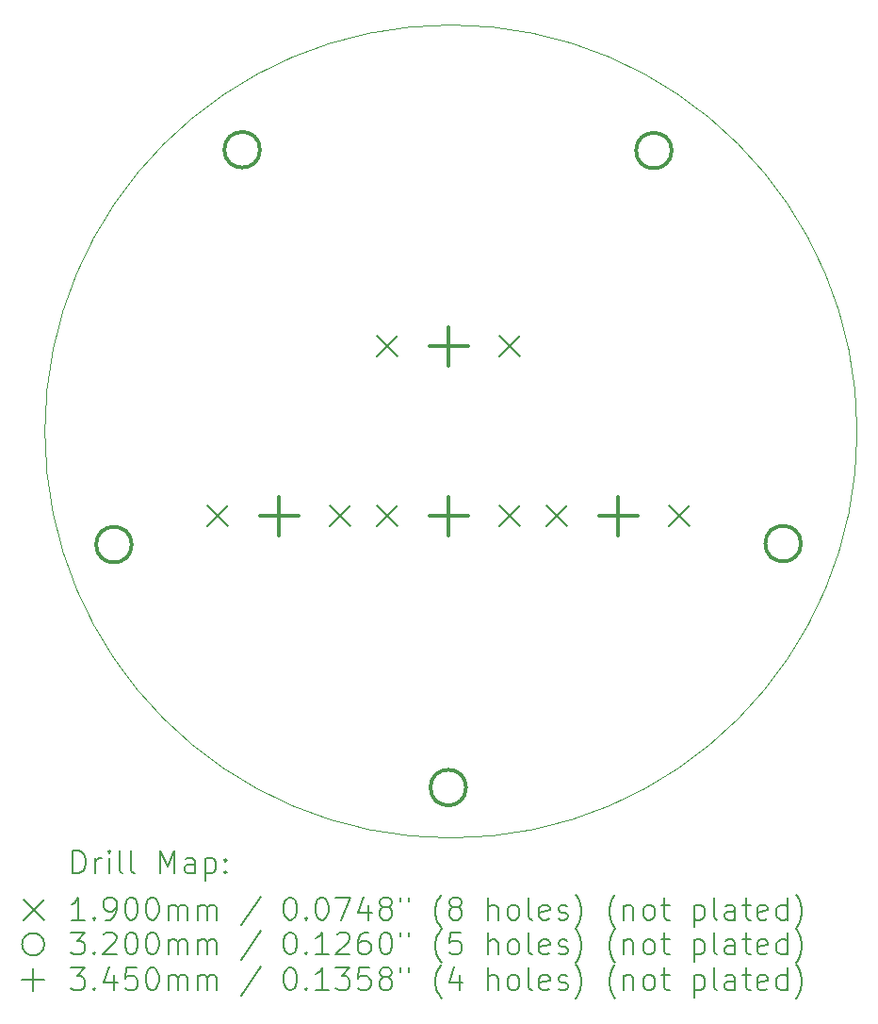
<source format=gbr>
%FSLAX45Y45*%
G04 Gerber Fmt 4.5, Leading zero omitted, Abs format (unit mm)*
G04 Created by KiCad (PCBNEW (6.0.4)) date 2022-05-01 19:10:59*
%MOMM*%
%LPD*%
G01*
G04 APERTURE LIST*
%TA.AperFunction,Profile*%
%ADD10C,0.100000*%
%TD*%
%ADD11C,0.200000*%
%ADD12C,0.190000*%
%ADD13C,0.320000*%
%ADD14C,0.345000*%
G04 APERTURE END LIST*
D10*
X18911029Y-9909781D02*
G75*
G03*
X18911029Y-9909781I-3650000J0D01*
G01*
D11*
D12*
X13071000Y-10573000D02*
X13261000Y-10763000D01*
X13261000Y-10573000D02*
X13071000Y-10763000D01*
X14171000Y-10573000D02*
X14361000Y-10763000D01*
X14361000Y-10573000D02*
X14171000Y-10763000D01*
X14595000Y-9049000D02*
X14785000Y-9239000D01*
X14785000Y-9049000D02*
X14595000Y-9239000D01*
X14595000Y-10573000D02*
X14785000Y-10763000D01*
X14785000Y-10573000D02*
X14595000Y-10763000D01*
X15695000Y-9049000D02*
X15885000Y-9239000D01*
X15885000Y-9049000D02*
X15695000Y-9239000D01*
X15695000Y-10573000D02*
X15885000Y-10763000D01*
X15885000Y-10573000D02*
X15695000Y-10763000D01*
X16119000Y-10573000D02*
X16309000Y-10763000D01*
X16309000Y-10573000D02*
X16119000Y-10763000D01*
X17219000Y-10573000D02*
X17409000Y-10763000D01*
X17409000Y-10573000D02*
X17219000Y-10763000D01*
D13*
X12391812Y-10925970D02*
G75*
G03*
X12391812Y-10925970I-160000J0D01*
G01*
X13544356Y-7380117D02*
G75*
G03*
X13544356Y-7380117I-160000J0D01*
G01*
X15396471Y-13107415D02*
G75*
G03*
X15396471Y-13107415I-160000J0D01*
G01*
X17244174Y-7387284D02*
G75*
G03*
X17244174Y-7387284I-160000J0D01*
G01*
X18405649Y-10916706D02*
G75*
G03*
X18405649Y-10916706I-160000J0D01*
G01*
D14*
X13716000Y-10495500D02*
X13716000Y-10840500D01*
X13543500Y-10668000D02*
X13888500Y-10668000D01*
X15240000Y-8971500D02*
X15240000Y-9316500D01*
X15067500Y-9144000D02*
X15412500Y-9144000D01*
X15240000Y-10495500D02*
X15240000Y-10840500D01*
X15067500Y-10668000D02*
X15412500Y-10668000D01*
X16764000Y-10495500D02*
X16764000Y-10840500D01*
X16591500Y-10668000D02*
X16936500Y-10668000D01*
D11*
X11863648Y-13875257D02*
X11863648Y-13675257D01*
X11911267Y-13675257D01*
X11939839Y-13684781D01*
X11958886Y-13703829D01*
X11968410Y-13722877D01*
X11977934Y-13760972D01*
X11977934Y-13789543D01*
X11968410Y-13827638D01*
X11958886Y-13846686D01*
X11939839Y-13865734D01*
X11911267Y-13875257D01*
X11863648Y-13875257D01*
X12063648Y-13875257D02*
X12063648Y-13741924D01*
X12063648Y-13780019D02*
X12073172Y-13760972D01*
X12082696Y-13751448D01*
X12101744Y-13741924D01*
X12120791Y-13741924D01*
X12187458Y-13875257D02*
X12187458Y-13741924D01*
X12187458Y-13675257D02*
X12177934Y-13684781D01*
X12187458Y-13694305D01*
X12196982Y-13684781D01*
X12187458Y-13675257D01*
X12187458Y-13694305D01*
X12311267Y-13875257D02*
X12292220Y-13865734D01*
X12282696Y-13846686D01*
X12282696Y-13675257D01*
X12416029Y-13875257D02*
X12396982Y-13865734D01*
X12387458Y-13846686D01*
X12387458Y-13675257D01*
X12644601Y-13875257D02*
X12644601Y-13675257D01*
X12711267Y-13818115D01*
X12777934Y-13675257D01*
X12777934Y-13875257D01*
X12958886Y-13875257D02*
X12958886Y-13770496D01*
X12949363Y-13751448D01*
X12930315Y-13741924D01*
X12892220Y-13741924D01*
X12873172Y-13751448D01*
X12958886Y-13865734D02*
X12939839Y-13875257D01*
X12892220Y-13875257D01*
X12873172Y-13865734D01*
X12863648Y-13846686D01*
X12863648Y-13827638D01*
X12873172Y-13808591D01*
X12892220Y-13799067D01*
X12939839Y-13799067D01*
X12958886Y-13789543D01*
X13054125Y-13741924D02*
X13054125Y-13941924D01*
X13054125Y-13751448D02*
X13073172Y-13741924D01*
X13111267Y-13741924D01*
X13130315Y-13751448D01*
X13139839Y-13760972D01*
X13149363Y-13780019D01*
X13149363Y-13837162D01*
X13139839Y-13856210D01*
X13130315Y-13865734D01*
X13111267Y-13875257D01*
X13073172Y-13875257D01*
X13054125Y-13865734D01*
X13235077Y-13856210D02*
X13244601Y-13865734D01*
X13235077Y-13875257D01*
X13225553Y-13865734D01*
X13235077Y-13856210D01*
X13235077Y-13875257D01*
X13235077Y-13751448D02*
X13244601Y-13760972D01*
X13235077Y-13770496D01*
X13225553Y-13760972D01*
X13235077Y-13751448D01*
X13235077Y-13770496D01*
D12*
X11416029Y-14109781D02*
X11606029Y-14299781D01*
X11606029Y-14109781D02*
X11416029Y-14299781D01*
D11*
X11968410Y-14295257D02*
X11854125Y-14295257D01*
X11911267Y-14295257D02*
X11911267Y-14095257D01*
X11892220Y-14123829D01*
X11873172Y-14142877D01*
X11854125Y-14152400D01*
X12054125Y-14276210D02*
X12063648Y-14285734D01*
X12054125Y-14295257D01*
X12044601Y-14285734D01*
X12054125Y-14276210D01*
X12054125Y-14295257D01*
X12158886Y-14295257D02*
X12196982Y-14295257D01*
X12216029Y-14285734D01*
X12225553Y-14276210D01*
X12244601Y-14247638D01*
X12254125Y-14209543D01*
X12254125Y-14133353D01*
X12244601Y-14114305D01*
X12235077Y-14104781D01*
X12216029Y-14095257D01*
X12177934Y-14095257D01*
X12158886Y-14104781D01*
X12149363Y-14114305D01*
X12139839Y-14133353D01*
X12139839Y-14180972D01*
X12149363Y-14200019D01*
X12158886Y-14209543D01*
X12177934Y-14219067D01*
X12216029Y-14219067D01*
X12235077Y-14209543D01*
X12244601Y-14200019D01*
X12254125Y-14180972D01*
X12377934Y-14095257D02*
X12396982Y-14095257D01*
X12416029Y-14104781D01*
X12425553Y-14114305D01*
X12435077Y-14133353D01*
X12444601Y-14171448D01*
X12444601Y-14219067D01*
X12435077Y-14257162D01*
X12425553Y-14276210D01*
X12416029Y-14285734D01*
X12396982Y-14295257D01*
X12377934Y-14295257D01*
X12358886Y-14285734D01*
X12349363Y-14276210D01*
X12339839Y-14257162D01*
X12330315Y-14219067D01*
X12330315Y-14171448D01*
X12339839Y-14133353D01*
X12349363Y-14114305D01*
X12358886Y-14104781D01*
X12377934Y-14095257D01*
X12568410Y-14095257D02*
X12587458Y-14095257D01*
X12606505Y-14104781D01*
X12616029Y-14114305D01*
X12625553Y-14133353D01*
X12635077Y-14171448D01*
X12635077Y-14219067D01*
X12625553Y-14257162D01*
X12616029Y-14276210D01*
X12606505Y-14285734D01*
X12587458Y-14295257D01*
X12568410Y-14295257D01*
X12549363Y-14285734D01*
X12539839Y-14276210D01*
X12530315Y-14257162D01*
X12520791Y-14219067D01*
X12520791Y-14171448D01*
X12530315Y-14133353D01*
X12539839Y-14114305D01*
X12549363Y-14104781D01*
X12568410Y-14095257D01*
X12720791Y-14295257D02*
X12720791Y-14161924D01*
X12720791Y-14180972D02*
X12730315Y-14171448D01*
X12749363Y-14161924D01*
X12777934Y-14161924D01*
X12796982Y-14171448D01*
X12806505Y-14190496D01*
X12806505Y-14295257D01*
X12806505Y-14190496D02*
X12816029Y-14171448D01*
X12835077Y-14161924D01*
X12863648Y-14161924D01*
X12882696Y-14171448D01*
X12892220Y-14190496D01*
X12892220Y-14295257D01*
X12987458Y-14295257D02*
X12987458Y-14161924D01*
X12987458Y-14180972D02*
X12996982Y-14171448D01*
X13016029Y-14161924D01*
X13044601Y-14161924D01*
X13063648Y-14171448D01*
X13073172Y-14190496D01*
X13073172Y-14295257D01*
X13073172Y-14190496D02*
X13082696Y-14171448D01*
X13101744Y-14161924D01*
X13130315Y-14161924D01*
X13149363Y-14171448D01*
X13158886Y-14190496D01*
X13158886Y-14295257D01*
X13549363Y-14085734D02*
X13377934Y-14342877D01*
X13806505Y-14095257D02*
X13825553Y-14095257D01*
X13844601Y-14104781D01*
X13854125Y-14114305D01*
X13863648Y-14133353D01*
X13873172Y-14171448D01*
X13873172Y-14219067D01*
X13863648Y-14257162D01*
X13854125Y-14276210D01*
X13844601Y-14285734D01*
X13825553Y-14295257D01*
X13806505Y-14295257D01*
X13787458Y-14285734D01*
X13777934Y-14276210D01*
X13768410Y-14257162D01*
X13758886Y-14219067D01*
X13758886Y-14171448D01*
X13768410Y-14133353D01*
X13777934Y-14114305D01*
X13787458Y-14104781D01*
X13806505Y-14095257D01*
X13958886Y-14276210D02*
X13968410Y-14285734D01*
X13958886Y-14295257D01*
X13949363Y-14285734D01*
X13958886Y-14276210D01*
X13958886Y-14295257D01*
X14092220Y-14095257D02*
X14111267Y-14095257D01*
X14130315Y-14104781D01*
X14139839Y-14114305D01*
X14149363Y-14133353D01*
X14158886Y-14171448D01*
X14158886Y-14219067D01*
X14149363Y-14257162D01*
X14139839Y-14276210D01*
X14130315Y-14285734D01*
X14111267Y-14295257D01*
X14092220Y-14295257D01*
X14073172Y-14285734D01*
X14063648Y-14276210D01*
X14054125Y-14257162D01*
X14044601Y-14219067D01*
X14044601Y-14171448D01*
X14054125Y-14133353D01*
X14063648Y-14114305D01*
X14073172Y-14104781D01*
X14092220Y-14095257D01*
X14225553Y-14095257D02*
X14358886Y-14095257D01*
X14273172Y-14295257D01*
X14520791Y-14161924D02*
X14520791Y-14295257D01*
X14473172Y-14085734D02*
X14425553Y-14228591D01*
X14549363Y-14228591D01*
X14654125Y-14180972D02*
X14635077Y-14171448D01*
X14625553Y-14161924D01*
X14616029Y-14142877D01*
X14616029Y-14133353D01*
X14625553Y-14114305D01*
X14635077Y-14104781D01*
X14654125Y-14095257D01*
X14692220Y-14095257D01*
X14711267Y-14104781D01*
X14720791Y-14114305D01*
X14730315Y-14133353D01*
X14730315Y-14142877D01*
X14720791Y-14161924D01*
X14711267Y-14171448D01*
X14692220Y-14180972D01*
X14654125Y-14180972D01*
X14635077Y-14190496D01*
X14625553Y-14200019D01*
X14616029Y-14219067D01*
X14616029Y-14257162D01*
X14625553Y-14276210D01*
X14635077Y-14285734D01*
X14654125Y-14295257D01*
X14692220Y-14295257D01*
X14711267Y-14285734D01*
X14720791Y-14276210D01*
X14730315Y-14257162D01*
X14730315Y-14219067D01*
X14720791Y-14200019D01*
X14711267Y-14190496D01*
X14692220Y-14180972D01*
X14806505Y-14095257D02*
X14806505Y-14133353D01*
X14882696Y-14095257D02*
X14882696Y-14133353D01*
X15177934Y-14371448D02*
X15168410Y-14361924D01*
X15149363Y-14333353D01*
X15139839Y-14314305D01*
X15130315Y-14285734D01*
X15120791Y-14238115D01*
X15120791Y-14200019D01*
X15130315Y-14152400D01*
X15139839Y-14123829D01*
X15149363Y-14104781D01*
X15168410Y-14076210D01*
X15177934Y-14066686D01*
X15282696Y-14180972D02*
X15263648Y-14171448D01*
X15254125Y-14161924D01*
X15244601Y-14142877D01*
X15244601Y-14133353D01*
X15254125Y-14114305D01*
X15263648Y-14104781D01*
X15282696Y-14095257D01*
X15320791Y-14095257D01*
X15339839Y-14104781D01*
X15349363Y-14114305D01*
X15358886Y-14133353D01*
X15358886Y-14142877D01*
X15349363Y-14161924D01*
X15339839Y-14171448D01*
X15320791Y-14180972D01*
X15282696Y-14180972D01*
X15263648Y-14190496D01*
X15254125Y-14200019D01*
X15244601Y-14219067D01*
X15244601Y-14257162D01*
X15254125Y-14276210D01*
X15263648Y-14285734D01*
X15282696Y-14295257D01*
X15320791Y-14295257D01*
X15339839Y-14285734D01*
X15349363Y-14276210D01*
X15358886Y-14257162D01*
X15358886Y-14219067D01*
X15349363Y-14200019D01*
X15339839Y-14190496D01*
X15320791Y-14180972D01*
X15596982Y-14295257D02*
X15596982Y-14095257D01*
X15682696Y-14295257D02*
X15682696Y-14190496D01*
X15673172Y-14171448D01*
X15654125Y-14161924D01*
X15625553Y-14161924D01*
X15606505Y-14171448D01*
X15596982Y-14180972D01*
X15806505Y-14295257D02*
X15787458Y-14285734D01*
X15777934Y-14276210D01*
X15768410Y-14257162D01*
X15768410Y-14200019D01*
X15777934Y-14180972D01*
X15787458Y-14171448D01*
X15806505Y-14161924D01*
X15835077Y-14161924D01*
X15854125Y-14171448D01*
X15863648Y-14180972D01*
X15873172Y-14200019D01*
X15873172Y-14257162D01*
X15863648Y-14276210D01*
X15854125Y-14285734D01*
X15835077Y-14295257D01*
X15806505Y-14295257D01*
X15987458Y-14295257D02*
X15968410Y-14285734D01*
X15958886Y-14266686D01*
X15958886Y-14095257D01*
X16139839Y-14285734D02*
X16120791Y-14295257D01*
X16082696Y-14295257D01*
X16063648Y-14285734D01*
X16054125Y-14266686D01*
X16054125Y-14190496D01*
X16063648Y-14171448D01*
X16082696Y-14161924D01*
X16120791Y-14161924D01*
X16139839Y-14171448D01*
X16149363Y-14190496D01*
X16149363Y-14209543D01*
X16054125Y-14228591D01*
X16225553Y-14285734D02*
X16244601Y-14295257D01*
X16282696Y-14295257D01*
X16301744Y-14285734D01*
X16311267Y-14266686D01*
X16311267Y-14257162D01*
X16301744Y-14238115D01*
X16282696Y-14228591D01*
X16254125Y-14228591D01*
X16235077Y-14219067D01*
X16225553Y-14200019D01*
X16225553Y-14190496D01*
X16235077Y-14171448D01*
X16254125Y-14161924D01*
X16282696Y-14161924D01*
X16301744Y-14171448D01*
X16377934Y-14371448D02*
X16387458Y-14361924D01*
X16406505Y-14333353D01*
X16416029Y-14314305D01*
X16425553Y-14285734D01*
X16435077Y-14238115D01*
X16435077Y-14200019D01*
X16425553Y-14152400D01*
X16416029Y-14123829D01*
X16406505Y-14104781D01*
X16387458Y-14076210D01*
X16377934Y-14066686D01*
X16739839Y-14371448D02*
X16730315Y-14361924D01*
X16711267Y-14333353D01*
X16701744Y-14314305D01*
X16692220Y-14285734D01*
X16682696Y-14238115D01*
X16682696Y-14200019D01*
X16692220Y-14152400D01*
X16701744Y-14123829D01*
X16711267Y-14104781D01*
X16730315Y-14076210D01*
X16739839Y-14066686D01*
X16816029Y-14161924D02*
X16816029Y-14295257D01*
X16816029Y-14180972D02*
X16825553Y-14171448D01*
X16844601Y-14161924D01*
X16873172Y-14161924D01*
X16892220Y-14171448D01*
X16901744Y-14190496D01*
X16901744Y-14295257D01*
X17025553Y-14295257D02*
X17006506Y-14285734D01*
X16996982Y-14276210D01*
X16987458Y-14257162D01*
X16987458Y-14200019D01*
X16996982Y-14180972D01*
X17006506Y-14171448D01*
X17025553Y-14161924D01*
X17054125Y-14161924D01*
X17073172Y-14171448D01*
X17082696Y-14180972D01*
X17092220Y-14200019D01*
X17092220Y-14257162D01*
X17082696Y-14276210D01*
X17073172Y-14285734D01*
X17054125Y-14295257D01*
X17025553Y-14295257D01*
X17149363Y-14161924D02*
X17225553Y-14161924D01*
X17177934Y-14095257D02*
X17177934Y-14266686D01*
X17187458Y-14285734D01*
X17206506Y-14295257D01*
X17225553Y-14295257D01*
X17444601Y-14161924D02*
X17444601Y-14361924D01*
X17444601Y-14171448D02*
X17463648Y-14161924D01*
X17501744Y-14161924D01*
X17520791Y-14171448D01*
X17530315Y-14180972D01*
X17539839Y-14200019D01*
X17539839Y-14257162D01*
X17530315Y-14276210D01*
X17520791Y-14285734D01*
X17501744Y-14295257D01*
X17463648Y-14295257D01*
X17444601Y-14285734D01*
X17654125Y-14295257D02*
X17635077Y-14285734D01*
X17625553Y-14266686D01*
X17625553Y-14095257D01*
X17816029Y-14295257D02*
X17816029Y-14190496D01*
X17806506Y-14171448D01*
X17787458Y-14161924D01*
X17749363Y-14161924D01*
X17730315Y-14171448D01*
X17816029Y-14285734D02*
X17796982Y-14295257D01*
X17749363Y-14295257D01*
X17730315Y-14285734D01*
X17720791Y-14266686D01*
X17720791Y-14247638D01*
X17730315Y-14228591D01*
X17749363Y-14219067D01*
X17796982Y-14219067D01*
X17816029Y-14209543D01*
X17882696Y-14161924D02*
X17958887Y-14161924D01*
X17911267Y-14095257D02*
X17911267Y-14266686D01*
X17920791Y-14285734D01*
X17939839Y-14295257D01*
X17958887Y-14295257D01*
X18101744Y-14285734D02*
X18082696Y-14295257D01*
X18044601Y-14295257D01*
X18025553Y-14285734D01*
X18016029Y-14266686D01*
X18016029Y-14190496D01*
X18025553Y-14171448D01*
X18044601Y-14161924D01*
X18082696Y-14161924D01*
X18101744Y-14171448D01*
X18111267Y-14190496D01*
X18111267Y-14209543D01*
X18016029Y-14228591D01*
X18282696Y-14295257D02*
X18282696Y-14095257D01*
X18282696Y-14285734D02*
X18263648Y-14295257D01*
X18225553Y-14295257D01*
X18206506Y-14285734D01*
X18196982Y-14276210D01*
X18187458Y-14257162D01*
X18187458Y-14200019D01*
X18196982Y-14180972D01*
X18206506Y-14171448D01*
X18225553Y-14161924D01*
X18263648Y-14161924D01*
X18282696Y-14171448D01*
X18358887Y-14371448D02*
X18368410Y-14361924D01*
X18387458Y-14333353D01*
X18396982Y-14314305D01*
X18406506Y-14285734D01*
X18416029Y-14238115D01*
X18416029Y-14200019D01*
X18406506Y-14152400D01*
X18396982Y-14123829D01*
X18387458Y-14104781D01*
X18368410Y-14076210D01*
X18358887Y-14066686D01*
X11606029Y-14514781D02*
G75*
G03*
X11606029Y-14514781I-100000J0D01*
G01*
X11844601Y-14405257D02*
X11968410Y-14405257D01*
X11901744Y-14481448D01*
X11930315Y-14481448D01*
X11949363Y-14490972D01*
X11958886Y-14500496D01*
X11968410Y-14519543D01*
X11968410Y-14567162D01*
X11958886Y-14586210D01*
X11949363Y-14595734D01*
X11930315Y-14605257D01*
X11873172Y-14605257D01*
X11854125Y-14595734D01*
X11844601Y-14586210D01*
X12054125Y-14586210D02*
X12063648Y-14595734D01*
X12054125Y-14605257D01*
X12044601Y-14595734D01*
X12054125Y-14586210D01*
X12054125Y-14605257D01*
X12139839Y-14424305D02*
X12149363Y-14414781D01*
X12168410Y-14405257D01*
X12216029Y-14405257D01*
X12235077Y-14414781D01*
X12244601Y-14424305D01*
X12254125Y-14443353D01*
X12254125Y-14462400D01*
X12244601Y-14490972D01*
X12130315Y-14605257D01*
X12254125Y-14605257D01*
X12377934Y-14405257D02*
X12396982Y-14405257D01*
X12416029Y-14414781D01*
X12425553Y-14424305D01*
X12435077Y-14443353D01*
X12444601Y-14481448D01*
X12444601Y-14529067D01*
X12435077Y-14567162D01*
X12425553Y-14586210D01*
X12416029Y-14595734D01*
X12396982Y-14605257D01*
X12377934Y-14605257D01*
X12358886Y-14595734D01*
X12349363Y-14586210D01*
X12339839Y-14567162D01*
X12330315Y-14529067D01*
X12330315Y-14481448D01*
X12339839Y-14443353D01*
X12349363Y-14424305D01*
X12358886Y-14414781D01*
X12377934Y-14405257D01*
X12568410Y-14405257D02*
X12587458Y-14405257D01*
X12606505Y-14414781D01*
X12616029Y-14424305D01*
X12625553Y-14443353D01*
X12635077Y-14481448D01*
X12635077Y-14529067D01*
X12625553Y-14567162D01*
X12616029Y-14586210D01*
X12606505Y-14595734D01*
X12587458Y-14605257D01*
X12568410Y-14605257D01*
X12549363Y-14595734D01*
X12539839Y-14586210D01*
X12530315Y-14567162D01*
X12520791Y-14529067D01*
X12520791Y-14481448D01*
X12530315Y-14443353D01*
X12539839Y-14424305D01*
X12549363Y-14414781D01*
X12568410Y-14405257D01*
X12720791Y-14605257D02*
X12720791Y-14471924D01*
X12720791Y-14490972D02*
X12730315Y-14481448D01*
X12749363Y-14471924D01*
X12777934Y-14471924D01*
X12796982Y-14481448D01*
X12806505Y-14500496D01*
X12806505Y-14605257D01*
X12806505Y-14500496D02*
X12816029Y-14481448D01*
X12835077Y-14471924D01*
X12863648Y-14471924D01*
X12882696Y-14481448D01*
X12892220Y-14500496D01*
X12892220Y-14605257D01*
X12987458Y-14605257D02*
X12987458Y-14471924D01*
X12987458Y-14490972D02*
X12996982Y-14481448D01*
X13016029Y-14471924D01*
X13044601Y-14471924D01*
X13063648Y-14481448D01*
X13073172Y-14500496D01*
X13073172Y-14605257D01*
X13073172Y-14500496D02*
X13082696Y-14481448D01*
X13101744Y-14471924D01*
X13130315Y-14471924D01*
X13149363Y-14481448D01*
X13158886Y-14500496D01*
X13158886Y-14605257D01*
X13549363Y-14395734D02*
X13377934Y-14652877D01*
X13806505Y-14405257D02*
X13825553Y-14405257D01*
X13844601Y-14414781D01*
X13854125Y-14424305D01*
X13863648Y-14443353D01*
X13873172Y-14481448D01*
X13873172Y-14529067D01*
X13863648Y-14567162D01*
X13854125Y-14586210D01*
X13844601Y-14595734D01*
X13825553Y-14605257D01*
X13806505Y-14605257D01*
X13787458Y-14595734D01*
X13777934Y-14586210D01*
X13768410Y-14567162D01*
X13758886Y-14529067D01*
X13758886Y-14481448D01*
X13768410Y-14443353D01*
X13777934Y-14424305D01*
X13787458Y-14414781D01*
X13806505Y-14405257D01*
X13958886Y-14586210D02*
X13968410Y-14595734D01*
X13958886Y-14605257D01*
X13949363Y-14595734D01*
X13958886Y-14586210D01*
X13958886Y-14605257D01*
X14158886Y-14605257D02*
X14044601Y-14605257D01*
X14101744Y-14605257D02*
X14101744Y-14405257D01*
X14082696Y-14433829D01*
X14063648Y-14452877D01*
X14044601Y-14462400D01*
X14235077Y-14424305D02*
X14244601Y-14414781D01*
X14263648Y-14405257D01*
X14311267Y-14405257D01*
X14330315Y-14414781D01*
X14339839Y-14424305D01*
X14349363Y-14443353D01*
X14349363Y-14462400D01*
X14339839Y-14490972D01*
X14225553Y-14605257D01*
X14349363Y-14605257D01*
X14520791Y-14405257D02*
X14482696Y-14405257D01*
X14463648Y-14414781D01*
X14454125Y-14424305D01*
X14435077Y-14452877D01*
X14425553Y-14490972D01*
X14425553Y-14567162D01*
X14435077Y-14586210D01*
X14444601Y-14595734D01*
X14463648Y-14605257D01*
X14501744Y-14605257D01*
X14520791Y-14595734D01*
X14530315Y-14586210D01*
X14539839Y-14567162D01*
X14539839Y-14519543D01*
X14530315Y-14500496D01*
X14520791Y-14490972D01*
X14501744Y-14481448D01*
X14463648Y-14481448D01*
X14444601Y-14490972D01*
X14435077Y-14500496D01*
X14425553Y-14519543D01*
X14663648Y-14405257D02*
X14682696Y-14405257D01*
X14701744Y-14414781D01*
X14711267Y-14424305D01*
X14720791Y-14443353D01*
X14730315Y-14481448D01*
X14730315Y-14529067D01*
X14720791Y-14567162D01*
X14711267Y-14586210D01*
X14701744Y-14595734D01*
X14682696Y-14605257D01*
X14663648Y-14605257D01*
X14644601Y-14595734D01*
X14635077Y-14586210D01*
X14625553Y-14567162D01*
X14616029Y-14529067D01*
X14616029Y-14481448D01*
X14625553Y-14443353D01*
X14635077Y-14424305D01*
X14644601Y-14414781D01*
X14663648Y-14405257D01*
X14806505Y-14405257D02*
X14806505Y-14443353D01*
X14882696Y-14405257D02*
X14882696Y-14443353D01*
X15177934Y-14681448D02*
X15168410Y-14671924D01*
X15149363Y-14643353D01*
X15139839Y-14624305D01*
X15130315Y-14595734D01*
X15120791Y-14548115D01*
X15120791Y-14510019D01*
X15130315Y-14462400D01*
X15139839Y-14433829D01*
X15149363Y-14414781D01*
X15168410Y-14386210D01*
X15177934Y-14376686D01*
X15349363Y-14405257D02*
X15254125Y-14405257D01*
X15244601Y-14500496D01*
X15254125Y-14490972D01*
X15273172Y-14481448D01*
X15320791Y-14481448D01*
X15339839Y-14490972D01*
X15349363Y-14500496D01*
X15358886Y-14519543D01*
X15358886Y-14567162D01*
X15349363Y-14586210D01*
X15339839Y-14595734D01*
X15320791Y-14605257D01*
X15273172Y-14605257D01*
X15254125Y-14595734D01*
X15244601Y-14586210D01*
X15596982Y-14605257D02*
X15596982Y-14405257D01*
X15682696Y-14605257D02*
X15682696Y-14500496D01*
X15673172Y-14481448D01*
X15654125Y-14471924D01*
X15625553Y-14471924D01*
X15606505Y-14481448D01*
X15596982Y-14490972D01*
X15806505Y-14605257D02*
X15787458Y-14595734D01*
X15777934Y-14586210D01*
X15768410Y-14567162D01*
X15768410Y-14510019D01*
X15777934Y-14490972D01*
X15787458Y-14481448D01*
X15806505Y-14471924D01*
X15835077Y-14471924D01*
X15854125Y-14481448D01*
X15863648Y-14490972D01*
X15873172Y-14510019D01*
X15873172Y-14567162D01*
X15863648Y-14586210D01*
X15854125Y-14595734D01*
X15835077Y-14605257D01*
X15806505Y-14605257D01*
X15987458Y-14605257D02*
X15968410Y-14595734D01*
X15958886Y-14576686D01*
X15958886Y-14405257D01*
X16139839Y-14595734D02*
X16120791Y-14605257D01*
X16082696Y-14605257D01*
X16063648Y-14595734D01*
X16054125Y-14576686D01*
X16054125Y-14500496D01*
X16063648Y-14481448D01*
X16082696Y-14471924D01*
X16120791Y-14471924D01*
X16139839Y-14481448D01*
X16149363Y-14500496D01*
X16149363Y-14519543D01*
X16054125Y-14538591D01*
X16225553Y-14595734D02*
X16244601Y-14605257D01*
X16282696Y-14605257D01*
X16301744Y-14595734D01*
X16311267Y-14576686D01*
X16311267Y-14567162D01*
X16301744Y-14548115D01*
X16282696Y-14538591D01*
X16254125Y-14538591D01*
X16235077Y-14529067D01*
X16225553Y-14510019D01*
X16225553Y-14500496D01*
X16235077Y-14481448D01*
X16254125Y-14471924D01*
X16282696Y-14471924D01*
X16301744Y-14481448D01*
X16377934Y-14681448D02*
X16387458Y-14671924D01*
X16406505Y-14643353D01*
X16416029Y-14624305D01*
X16425553Y-14595734D01*
X16435077Y-14548115D01*
X16435077Y-14510019D01*
X16425553Y-14462400D01*
X16416029Y-14433829D01*
X16406505Y-14414781D01*
X16387458Y-14386210D01*
X16377934Y-14376686D01*
X16739839Y-14681448D02*
X16730315Y-14671924D01*
X16711267Y-14643353D01*
X16701744Y-14624305D01*
X16692220Y-14595734D01*
X16682696Y-14548115D01*
X16682696Y-14510019D01*
X16692220Y-14462400D01*
X16701744Y-14433829D01*
X16711267Y-14414781D01*
X16730315Y-14386210D01*
X16739839Y-14376686D01*
X16816029Y-14471924D02*
X16816029Y-14605257D01*
X16816029Y-14490972D02*
X16825553Y-14481448D01*
X16844601Y-14471924D01*
X16873172Y-14471924D01*
X16892220Y-14481448D01*
X16901744Y-14500496D01*
X16901744Y-14605257D01*
X17025553Y-14605257D02*
X17006506Y-14595734D01*
X16996982Y-14586210D01*
X16987458Y-14567162D01*
X16987458Y-14510019D01*
X16996982Y-14490972D01*
X17006506Y-14481448D01*
X17025553Y-14471924D01*
X17054125Y-14471924D01*
X17073172Y-14481448D01*
X17082696Y-14490972D01*
X17092220Y-14510019D01*
X17092220Y-14567162D01*
X17082696Y-14586210D01*
X17073172Y-14595734D01*
X17054125Y-14605257D01*
X17025553Y-14605257D01*
X17149363Y-14471924D02*
X17225553Y-14471924D01*
X17177934Y-14405257D02*
X17177934Y-14576686D01*
X17187458Y-14595734D01*
X17206506Y-14605257D01*
X17225553Y-14605257D01*
X17444601Y-14471924D02*
X17444601Y-14671924D01*
X17444601Y-14481448D02*
X17463648Y-14471924D01*
X17501744Y-14471924D01*
X17520791Y-14481448D01*
X17530315Y-14490972D01*
X17539839Y-14510019D01*
X17539839Y-14567162D01*
X17530315Y-14586210D01*
X17520791Y-14595734D01*
X17501744Y-14605257D01*
X17463648Y-14605257D01*
X17444601Y-14595734D01*
X17654125Y-14605257D02*
X17635077Y-14595734D01*
X17625553Y-14576686D01*
X17625553Y-14405257D01*
X17816029Y-14605257D02*
X17816029Y-14500496D01*
X17806506Y-14481448D01*
X17787458Y-14471924D01*
X17749363Y-14471924D01*
X17730315Y-14481448D01*
X17816029Y-14595734D02*
X17796982Y-14605257D01*
X17749363Y-14605257D01*
X17730315Y-14595734D01*
X17720791Y-14576686D01*
X17720791Y-14557638D01*
X17730315Y-14538591D01*
X17749363Y-14529067D01*
X17796982Y-14529067D01*
X17816029Y-14519543D01*
X17882696Y-14471924D02*
X17958887Y-14471924D01*
X17911267Y-14405257D02*
X17911267Y-14576686D01*
X17920791Y-14595734D01*
X17939839Y-14605257D01*
X17958887Y-14605257D01*
X18101744Y-14595734D02*
X18082696Y-14605257D01*
X18044601Y-14605257D01*
X18025553Y-14595734D01*
X18016029Y-14576686D01*
X18016029Y-14500496D01*
X18025553Y-14481448D01*
X18044601Y-14471924D01*
X18082696Y-14471924D01*
X18101744Y-14481448D01*
X18111267Y-14500496D01*
X18111267Y-14519543D01*
X18016029Y-14538591D01*
X18282696Y-14605257D02*
X18282696Y-14405257D01*
X18282696Y-14595734D02*
X18263648Y-14605257D01*
X18225553Y-14605257D01*
X18206506Y-14595734D01*
X18196982Y-14586210D01*
X18187458Y-14567162D01*
X18187458Y-14510019D01*
X18196982Y-14490972D01*
X18206506Y-14481448D01*
X18225553Y-14471924D01*
X18263648Y-14471924D01*
X18282696Y-14481448D01*
X18358887Y-14681448D02*
X18368410Y-14671924D01*
X18387458Y-14643353D01*
X18396982Y-14624305D01*
X18406506Y-14595734D01*
X18416029Y-14548115D01*
X18416029Y-14510019D01*
X18406506Y-14462400D01*
X18396982Y-14433829D01*
X18387458Y-14414781D01*
X18368410Y-14386210D01*
X18358887Y-14376686D01*
X11506029Y-14734781D02*
X11506029Y-14934781D01*
X11406029Y-14834781D02*
X11606029Y-14834781D01*
X11844601Y-14725257D02*
X11968410Y-14725257D01*
X11901744Y-14801448D01*
X11930315Y-14801448D01*
X11949363Y-14810972D01*
X11958886Y-14820496D01*
X11968410Y-14839543D01*
X11968410Y-14887162D01*
X11958886Y-14906210D01*
X11949363Y-14915734D01*
X11930315Y-14925257D01*
X11873172Y-14925257D01*
X11854125Y-14915734D01*
X11844601Y-14906210D01*
X12054125Y-14906210D02*
X12063648Y-14915734D01*
X12054125Y-14925257D01*
X12044601Y-14915734D01*
X12054125Y-14906210D01*
X12054125Y-14925257D01*
X12235077Y-14791924D02*
X12235077Y-14925257D01*
X12187458Y-14715734D02*
X12139839Y-14858591D01*
X12263648Y-14858591D01*
X12435077Y-14725257D02*
X12339839Y-14725257D01*
X12330315Y-14820496D01*
X12339839Y-14810972D01*
X12358886Y-14801448D01*
X12406505Y-14801448D01*
X12425553Y-14810972D01*
X12435077Y-14820496D01*
X12444601Y-14839543D01*
X12444601Y-14887162D01*
X12435077Y-14906210D01*
X12425553Y-14915734D01*
X12406505Y-14925257D01*
X12358886Y-14925257D01*
X12339839Y-14915734D01*
X12330315Y-14906210D01*
X12568410Y-14725257D02*
X12587458Y-14725257D01*
X12606505Y-14734781D01*
X12616029Y-14744305D01*
X12625553Y-14763353D01*
X12635077Y-14801448D01*
X12635077Y-14849067D01*
X12625553Y-14887162D01*
X12616029Y-14906210D01*
X12606505Y-14915734D01*
X12587458Y-14925257D01*
X12568410Y-14925257D01*
X12549363Y-14915734D01*
X12539839Y-14906210D01*
X12530315Y-14887162D01*
X12520791Y-14849067D01*
X12520791Y-14801448D01*
X12530315Y-14763353D01*
X12539839Y-14744305D01*
X12549363Y-14734781D01*
X12568410Y-14725257D01*
X12720791Y-14925257D02*
X12720791Y-14791924D01*
X12720791Y-14810972D02*
X12730315Y-14801448D01*
X12749363Y-14791924D01*
X12777934Y-14791924D01*
X12796982Y-14801448D01*
X12806505Y-14820496D01*
X12806505Y-14925257D01*
X12806505Y-14820496D02*
X12816029Y-14801448D01*
X12835077Y-14791924D01*
X12863648Y-14791924D01*
X12882696Y-14801448D01*
X12892220Y-14820496D01*
X12892220Y-14925257D01*
X12987458Y-14925257D02*
X12987458Y-14791924D01*
X12987458Y-14810972D02*
X12996982Y-14801448D01*
X13016029Y-14791924D01*
X13044601Y-14791924D01*
X13063648Y-14801448D01*
X13073172Y-14820496D01*
X13073172Y-14925257D01*
X13073172Y-14820496D02*
X13082696Y-14801448D01*
X13101744Y-14791924D01*
X13130315Y-14791924D01*
X13149363Y-14801448D01*
X13158886Y-14820496D01*
X13158886Y-14925257D01*
X13549363Y-14715734D02*
X13377934Y-14972877D01*
X13806505Y-14725257D02*
X13825553Y-14725257D01*
X13844601Y-14734781D01*
X13854125Y-14744305D01*
X13863648Y-14763353D01*
X13873172Y-14801448D01*
X13873172Y-14849067D01*
X13863648Y-14887162D01*
X13854125Y-14906210D01*
X13844601Y-14915734D01*
X13825553Y-14925257D01*
X13806505Y-14925257D01*
X13787458Y-14915734D01*
X13777934Y-14906210D01*
X13768410Y-14887162D01*
X13758886Y-14849067D01*
X13758886Y-14801448D01*
X13768410Y-14763353D01*
X13777934Y-14744305D01*
X13787458Y-14734781D01*
X13806505Y-14725257D01*
X13958886Y-14906210D02*
X13968410Y-14915734D01*
X13958886Y-14925257D01*
X13949363Y-14915734D01*
X13958886Y-14906210D01*
X13958886Y-14925257D01*
X14158886Y-14925257D02*
X14044601Y-14925257D01*
X14101744Y-14925257D02*
X14101744Y-14725257D01*
X14082696Y-14753829D01*
X14063648Y-14772877D01*
X14044601Y-14782400D01*
X14225553Y-14725257D02*
X14349363Y-14725257D01*
X14282696Y-14801448D01*
X14311267Y-14801448D01*
X14330315Y-14810972D01*
X14339839Y-14820496D01*
X14349363Y-14839543D01*
X14349363Y-14887162D01*
X14339839Y-14906210D01*
X14330315Y-14915734D01*
X14311267Y-14925257D01*
X14254125Y-14925257D01*
X14235077Y-14915734D01*
X14225553Y-14906210D01*
X14530315Y-14725257D02*
X14435077Y-14725257D01*
X14425553Y-14820496D01*
X14435077Y-14810972D01*
X14454125Y-14801448D01*
X14501744Y-14801448D01*
X14520791Y-14810972D01*
X14530315Y-14820496D01*
X14539839Y-14839543D01*
X14539839Y-14887162D01*
X14530315Y-14906210D01*
X14520791Y-14915734D01*
X14501744Y-14925257D01*
X14454125Y-14925257D01*
X14435077Y-14915734D01*
X14425553Y-14906210D01*
X14654125Y-14810972D02*
X14635077Y-14801448D01*
X14625553Y-14791924D01*
X14616029Y-14772877D01*
X14616029Y-14763353D01*
X14625553Y-14744305D01*
X14635077Y-14734781D01*
X14654125Y-14725257D01*
X14692220Y-14725257D01*
X14711267Y-14734781D01*
X14720791Y-14744305D01*
X14730315Y-14763353D01*
X14730315Y-14772877D01*
X14720791Y-14791924D01*
X14711267Y-14801448D01*
X14692220Y-14810972D01*
X14654125Y-14810972D01*
X14635077Y-14820496D01*
X14625553Y-14830019D01*
X14616029Y-14849067D01*
X14616029Y-14887162D01*
X14625553Y-14906210D01*
X14635077Y-14915734D01*
X14654125Y-14925257D01*
X14692220Y-14925257D01*
X14711267Y-14915734D01*
X14720791Y-14906210D01*
X14730315Y-14887162D01*
X14730315Y-14849067D01*
X14720791Y-14830019D01*
X14711267Y-14820496D01*
X14692220Y-14810972D01*
X14806505Y-14725257D02*
X14806505Y-14763353D01*
X14882696Y-14725257D02*
X14882696Y-14763353D01*
X15177934Y-15001448D02*
X15168410Y-14991924D01*
X15149363Y-14963353D01*
X15139839Y-14944305D01*
X15130315Y-14915734D01*
X15120791Y-14868115D01*
X15120791Y-14830019D01*
X15130315Y-14782400D01*
X15139839Y-14753829D01*
X15149363Y-14734781D01*
X15168410Y-14706210D01*
X15177934Y-14696686D01*
X15339839Y-14791924D02*
X15339839Y-14925257D01*
X15292220Y-14715734D02*
X15244601Y-14858591D01*
X15368410Y-14858591D01*
X15596982Y-14925257D02*
X15596982Y-14725257D01*
X15682696Y-14925257D02*
X15682696Y-14820496D01*
X15673172Y-14801448D01*
X15654125Y-14791924D01*
X15625553Y-14791924D01*
X15606505Y-14801448D01*
X15596982Y-14810972D01*
X15806505Y-14925257D02*
X15787458Y-14915734D01*
X15777934Y-14906210D01*
X15768410Y-14887162D01*
X15768410Y-14830019D01*
X15777934Y-14810972D01*
X15787458Y-14801448D01*
X15806505Y-14791924D01*
X15835077Y-14791924D01*
X15854125Y-14801448D01*
X15863648Y-14810972D01*
X15873172Y-14830019D01*
X15873172Y-14887162D01*
X15863648Y-14906210D01*
X15854125Y-14915734D01*
X15835077Y-14925257D01*
X15806505Y-14925257D01*
X15987458Y-14925257D02*
X15968410Y-14915734D01*
X15958886Y-14896686D01*
X15958886Y-14725257D01*
X16139839Y-14915734D02*
X16120791Y-14925257D01*
X16082696Y-14925257D01*
X16063648Y-14915734D01*
X16054125Y-14896686D01*
X16054125Y-14820496D01*
X16063648Y-14801448D01*
X16082696Y-14791924D01*
X16120791Y-14791924D01*
X16139839Y-14801448D01*
X16149363Y-14820496D01*
X16149363Y-14839543D01*
X16054125Y-14858591D01*
X16225553Y-14915734D02*
X16244601Y-14925257D01*
X16282696Y-14925257D01*
X16301744Y-14915734D01*
X16311267Y-14896686D01*
X16311267Y-14887162D01*
X16301744Y-14868115D01*
X16282696Y-14858591D01*
X16254125Y-14858591D01*
X16235077Y-14849067D01*
X16225553Y-14830019D01*
X16225553Y-14820496D01*
X16235077Y-14801448D01*
X16254125Y-14791924D01*
X16282696Y-14791924D01*
X16301744Y-14801448D01*
X16377934Y-15001448D02*
X16387458Y-14991924D01*
X16406505Y-14963353D01*
X16416029Y-14944305D01*
X16425553Y-14915734D01*
X16435077Y-14868115D01*
X16435077Y-14830019D01*
X16425553Y-14782400D01*
X16416029Y-14753829D01*
X16406505Y-14734781D01*
X16387458Y-14706210D01*
X16377934Y-14696686D01*
X16739839Y-15001448D02*
X16730315Y-14991924D01*
X16711267Y-14963353D01*
X16701744Y-14944305D01*
X16692220Y-14915734D01*
X16682696Y-14868115D01*
X16682696Y-14830019D01*
X16692220Y-14782400D01*
X16701744Y-14753829D01*
X16711267Y-14734781D01*
X16730315Y-14706210D01*
X16739839Y-14696686D01*
X16816029Y-14791924D02*
X16816029Y-14925257D01*
X16816029Y-14810972D02*
X16825553Y-14801448D01*
X16844601Y-14791924D01*
X16873172Y-14791924D01*
X16892220Y-14801448D01*
X16901744Y-14820496D01*
X16901744Y-14925257D01*
X17025553Y-14925257D02*
X17006506Y-14915734D01*
X16996982Y-14906210D01*
X16987458Y-14887162D01*
X16987458Y-14830019D01*
X16996982Y-14810972D01*
X17006506Y-14801448D01*
X17025553Y-14791924D01*
X17054125Y-14791924D01*
X17073172Y-14801448D01*
X17082696Y-14810972D01*
X17092220Y-14830019D01*
X17092220Y-14887162D01*
X17082696Y-14906210D01*
X17073172Y-14915734D01*
X17054125Y-14925257D01*
X17025553Y-14925257D01*
X17149363Y-14791924D02*
X17225553Y-14791924D01*
X17177934Y-14725257D02*
X17177934Y-14896686D01*
X17187458Y-14915734D01*
X17206506Y-14925257D01*
X17225553Y-14925257D01*
X17444601Y-14791924D02*
X17444601Y-14991924D01*
X17444601Y-14801448D02*
X17463648Y-14791924D01*
X17501744Y-14791924D01*
X17520791Y-14801448D01*
X17530315Y-14810972D01*
X17539839Y-14830019D01*
X17539839Y-14887162D01*
X17530315Y-14906210D01*
X17520791Y-14915734D01*
X17501744Y-14925257D01*
X17463648Y-14925257D01*
X17444601Y-14915734D01*
X17654125Y-14925257D02*
X17635077Y-14915734D01*
X17625553Y-14896686D01*
X17625553Y-14725257D01*
X17816029Y-14925257D02*
X17816029Y-14820496D01*
X17806506Y-14801448D01*
X17787458Y-14791924D01*
X17749363Y-14791924D01*
X17730315Y-14801448D01*
X17816029Y-14915734D02*
X17796982Y-14925257D01*
X17749363Y-14925257D01*
X17730315Y-14915734D01*
X17720791Y-14896686D01*
X17720791Y-14877638D01*
X17730315Y-14858591D01*
X17749363Y-14849067D01*
X17796982Y-14849067D01*
X17816029Y-14839543D01*
X17882696Y-14791924D02*
X17958887Y-14791924D01*
X17911267Y-14725257D02*
X17911267Y-14896686D01*
X17920791Y-14915734D01*
X17939839Y-14925257D01*
X17958887Y-14925257D01*
X18101744Y-14915734D02*
X18082696Y-14925257D01*
X18044601Y-14925257D01*
X18025553Y-14915734D01*
X18016029Y-14896686D01*
X18016029Y-14820496D01*
X18025553Y-14801448D01*
X18044601Y-14791924D01*
X18082696Y-14791924D01*
X18101744Y-14801448D01*
X18111267Y-14820496D01*
X18111267Y-14839543D01*
X18016029Y-14858591D01*
X18282696Y-14925257D02*
X18282696Y-14725257D01*
X18282696Y-14915734D02*
X18263648Y-14925257D01*
X18225553Y-14925257D01*
X18206506Y-14915734D01*
X18196982Y-14906210D01*
X18187458Y-14887162D01*
X18187458Y-14830019D01*
X18196982Y-14810972D01*
X18206506Y-14801448D01*
X18225553Y-14791924D01*
X18263648Y-14791924D01*
X18282696Y-14801448D01*
X18358887Y-15001448D02*
X18368410Y-14991924D01*
X18387458Y-14963353D01*
X18396982Y-14944305D01*
X18406506Y-14915734D01*
X18416029Y-14868115D01*
X18416029Y-14830019D01*
X18406506Y-14782400D01*
X18396982Y-14753829D01*
X18387458Y-14734781D01*
X18368410Y-14706210D01*
X18358887Y-14696686D01*
M02*

</source>
